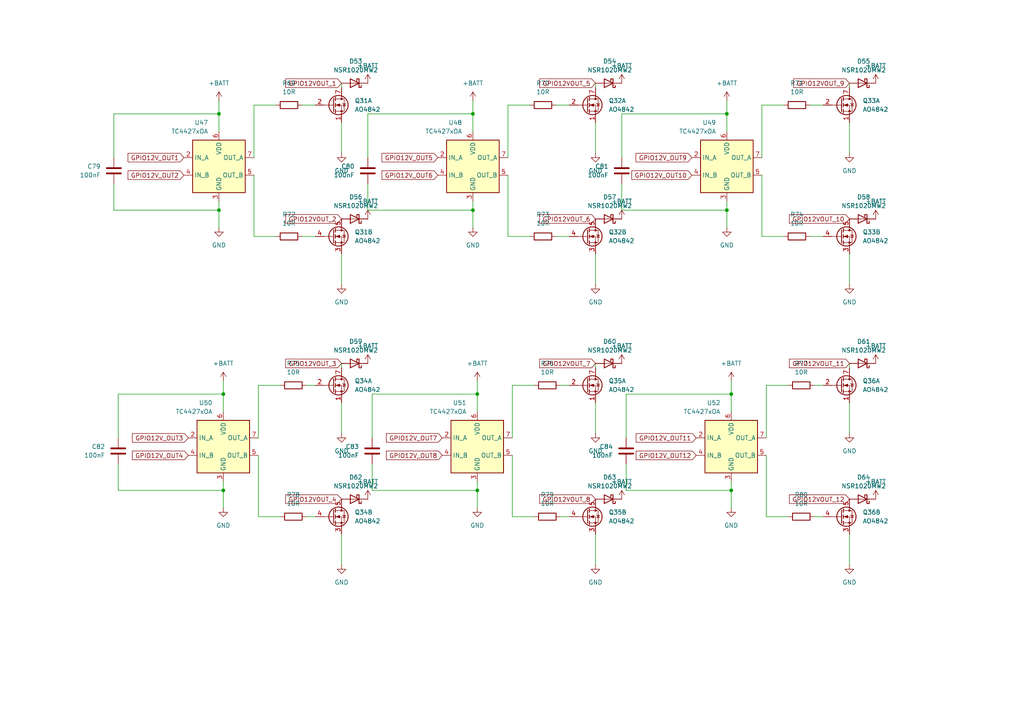
<source format=kicad_sch>
(kicad_sch (version 20250114) (generator "eeschema") (generator_version "9.0")
  (paper "A4")
  (lib_symbols
    (symbol "Device:C" (pin_numbers (hide yes)) (pin_names (offset 0.254))
      (property "Reference" "C" (at 0.635 2.54 0))
      (property "Value" "C" (at 0.635 -2.54 0))
      (symbol "C_0_1"
        (polyline (pts (xy -2.032 0.762) (xy 2.032 0.762)) (stroke (width 0.508)))
        (polyline (pts (xy -2.032 -0.762) (xy 2.032 -0.762)) (stroke (width 0.508)))
      )
      (symbol "C_1_1"
        (pin passive line (at 0 3.81 270) (length 2.794) (name "~") (number "1"))
        (pin passive line (at 0 -3.81 90) (length 2.794) (name "~") (number "2"))
      )
    )
    (symbol "Device:R" (pin_numbers (hide yes)) (pin_names (offset 0))
      (property "Reference" "R" (at 2.032 0 90))
      (property "Value" "R" (at 0 0 90))
      (symbol "R_0_1"
        (rectangle (start -1.016 -2.54) (end 1.016 2.54) (stroke (width 0.254)))
      )
      (symbol "R_1_1"
        (pin passive line (at 0 3.81 270) (length 1.27) (name "~") (number "1"))
        (pin passive line (at 0 -3.81 90) (length 1.27) (name "~") (number "2"))
      )
    )
    (symbol "Diode:SS3200" (pin_numbers (hide yes)) (pin_names (offset 1.016) (hide yes))
      (property "Reference" "D" (at 0 2.54 0))
      (property "Value" "SS3200" (at 0 -2.54 0))
      (symbol "SS3200_0_1"
        (polyline (pts (xy -1.905 0.635) (xy -1.905 1.27) (xy -1.27 1.27) (xy -1.27 -1.27) (xy -0.635 -1.27) (xy -0.635 -0.635)) (stroke (width 0.254)))
        (polyline (pts (xy 1.27 1.27) (xy 1.27 -1.27) (xy -1.27 0) (xy 1.27 1.27)) (stroke (width 0.254)))
        (polyline (pts (xy 1.27 0) (xy -1.27 0)))
      )
      (symbol "SS3200_1_1"
        (pin passive line (at -3.81 0 0) (length 2.54) (name "K") (number "1"))
        (pin passive line (at 3.81 0 180) (length 2.54) (name "A") (number "2"))
      )
    )
    (symbol "Driver_FET:TC4427xOA"
      (property "Reference" "U" (at -7.62 8.89 0))
      (property "Value" "TC4427xOA" (at 1.27 8.89 0))
      (symbol "TC4427xOA_0_1"
        (rectangle (start -7.62 -7.62) (end 7.62 7.62) (stroke (width 0.254)) (fill (type background)))
      )
      (symbol "TC4427xOA_1_1"
        (pin input line (at -10.16 2.54 0) (length 2.54) (name "IN_A") (number "2"))
        (pin input line (at -10.16 -2.54 0) (length 2.54) (name "IN_B") (number "4"))
        (pin no_connect line (at -7.62 0 0) (length 2.54) (hide yes) (name "NC") (number "1"))
        (pin power_in line (at 0 10.16 270) (length 2.54) (name "VDD") (number "6"))
        (pin power_in line (at 0 -10.16 90) (length 2.54) (name "GND") (number "3"))
        (pin no_connect line (at 7.62 0 180) (length 2.54) (hide yes) (name "NC") (number "8"))
        (pin output line (at 10.16 2.54 180) (length 2.54) (name "OUT_A") (number "7"))
        (pin output line (at 10.16 -2.54 180) (length 2.54) (name "OUT_B") (number "5"))
      )
    )
    (symbol "Transistor_FET:AO4842" (pin_names (hide yes))
      (property "Reference" "Q" (at 5.08 1.905 0))
      (property "Value" "AO4842" (at 5.08 0 0))
      (symbol "AO4842_0_1"
        (polyline (pts (xy 0.254 1.905) (xy 0.254 -1.905)) (stroke (width 0.254)))
        (polyline (pts (xy 0.254 0) (xy -2.54 0)))
        (polyline (pts (xy 0.762 2.286) (xy 0.762 1.27)) (stroke (width 0.254)))
        (polyline (pts (xy 0.762 0.508) (xy 0.762 -0.508)) (stroke (width 0.254)))
        (polyline (pts (xy 0.762 -1.27) (xy 0.762 -2.286)) (stroke (width 0.254)))
        (polyline (pts (xy 0.762 -1.778) (xy 3.302 -1.778) (xy 3.302 1.778) (xy 0.762 1.778)))
        (polyline (pts (xy 1.016 0) (xy 2.032 0.381) (xy 2.032 -0.381) (xy 1.016 0)) (fill (type outline)))
        (circle (center 1.651 0) (radius 2.794) (stroke (width 0.254)))
        (polyline (pts (xy 2.54 2.54) (xy 2.54 1.778)))
        (circle (center 2.54 1.778) (radius 0.254) (fill (type outline)))
        (circle (center 2.54 -1.778) (radius 0.254) (fill (type outline)))
        (polyline (pts (xy 2.54 -2.54) (xy 2.54 0) (xy 0.762 0)))
        (polyline (pts (xy 2.794 0.508) (xy 2.921 0.381) (xy 3.683 0.381) (xy 3.81 0.254)))
        (polyline (pts (xy 3.302 0.381) (xy 2.921 -0.254) (xy 3.683 -0.254) (xy 3.302 0.381)))
      )
      (symbol "AO4842_1_1"
        (pin passive line (at -5.08 0 0) (length 2.54) (name "G1") (number "2"))
        (pin passive line (at 2.54 5.08 270) (length 2.54) (name "D1") (number "7"))
        (pin passive line (at 2.54 5.08 270) (length 2.54) (hide yes) (name "D1") (number "8"))
        (pin passive line (at 2.54 -5.08 90) (length 2.54) (name "S1") (number "1"))
      )
      (symbol "AO4842_2_1"
        (pin passive line (at -5.08 0 0) (length 2.54) (name "G2") (number "4"))
        (pin passive line (at 2.54 5.08 270) (length 2.54) (name "D2") (number "5"))
        (pin passive line (at 2.54 5.08 270) (length 2.54) (hide yes) (name "D2") (number "6"))
        (pin passive line (at 2.54 -5.08 90) (length 2.54) (name "S2") (number "3"))
      )
    )
    (symbol "power:+BATT" (power) (pin_numbers (hide yes)) (pin_names (offset 0) (hide yes))
      (property "Value" "+BATT" (at 0 3.556 0))
      (symbol "+BATT_0_1"
        (polyline (pts (xy -0.762 1.27) (xy 0 2.54)))
        (polyline (pts (xy 0 2.54) (xy 0.762 1.27)))
        (polyline (pts (xy 0 0) (xy 0 2.54)))
      )
      (symbol "+BATT_1_1"
        (pin power_in line (at 0 0 90) (length 0) (name "~") (number "1"))
      )
    )
    (symbol "power:GND" (power) (pin_numbers (hide yes)) (pin_names (offset 0) (hide yes))
      (property "Value" "GND" (at 0 -3.81 0))
      (symbol "GND_0_1"
        (polyline (pts (xy 0 0) (xy 0 -1.27) (xy 1.27 -1.27) (xy 0 -2.54) (xy -1.27 -1.27) (xy 0 -1.27)))
      )
      (symbol "GND_1_1"
        (pin power_in line (at 0 0 270) (length 0) (name "~") (number "1"))
      )
    )
  )
  (junction (at 138.43 114.3))
  (junction (at 64.77 142.24))
  (junction (at 138.43 142.24))
  (junction (at 64.77 114.3))
  (junction (at 63.5 33.02))
  (junction (at 212.09 142.24))
  (junction (at 137.16 33.02))
  (junction (at 210.82 33.02))
  (junction (at 210.82 60.96))
  (junction (at 212.09 114.3))
  (junction (at 137.16 60.96))
  (junction (at 63.5 60.96))
  (wire (pts (xy 34.29 142.24) (xy 64.77 142.24)))
  (wire (pts (xy 137.16 33.02) (xy 137.16 38.1)))
  (wire (pts (xy 172.72 82.55) (xy 172.72 73.66)))
  (wire (pts (xy 154.94 111.76) (xy 148.59 111.76)))
  (wire (pts (xy 106.68 45.72) (xy 106.68 33.02)))
  (wire (pts (xy 220.98 68.58) (xy 227.33 68.58)))
  (wire (pts (xy 236.22 111.76) (xy 238.76 111.76)))
  (wire (pts (xy 63.5 60.96) (xy 63.5 58.42)))
  (wire (pts (xy 138.43 110.49) (xy 138.43 114.3)))
  (wire (pts (xy 220.98 68.58) (xy 220.98 50.8)))
  (wire (pts (xy 107.95 114.3) (xy 138.43 114.3)))
  (wire (pts (xy 137.16 66.04) (xy 137.16 60.96)))
  (wire (pts (xy 172.72 125.73) (xy 172.72 116.84)))
  (wire (pts (xy 88.9 149.86) (xy 91.44 149.86)))
  (wire (pts (xy 210.82 33.02) (xy 210.82 38.1)))
  (wire (pts (xy 107.95 134.62) (xy 107.95 142.24)))
  (wire (pts (xy 161.29 30.48) (xy 165.1 30.48)))
  (wire (pts (xy 172.72 163.83) (xy 172.72 154.94)))
  (wire (pts (xy 148.59 149.86) (xy 154.94 149.86)))
  (wire (pts (xy 87.63 68.58) (xy 91.44 68.58)))
  (wire (pts (xy 210.82 60.96) (xy 210.82 58.42)))
  (wire (pts (xy 148.59 111.76) (xy 148.59 127)))
  (wire (pts (xy 181.61 142.24) (xy 212.09 142.24)))
  (wire (pts (xy 138.43 114.3) (xy 138.43 119.38)))
  (wire (pts (xy 246.38 82.55) (xy 246.38 73.66)))
  (wire (pts (xy 64.77 147.32) (xy 64.77 142.24)))
  (wire (pts (xy 137.16 29.21) (xy 137.16 33.02)))
  (wire (pts (xy 33.02 33.02) (xy 63.5 33.02)))
  (wire (pts (xy 212.09 142.24) (xy 212.09 139.7)))
  (wire (pts (xy 34.29 114.3) (xy 64.77 114.3)))
  (wire (pts (xy 162.56 149.86) (xy 165.1 149.86)))
  (wire (pts (xy 236.22 149.86) (xy 238.76 149.86)))
  (wire (pts (xy 74.93 111.76) (xy 74.93 127)))
  (wire (pts (xy 81.28 111.76) (xy 74.93 111.76)))
  (wire (pts (xy 246.38 44.45) (xy 246.38 35.56)))
  (wire (pts (xy 107.95 127) (xy 107.95 114.3)))
  (wire (pts (xy 87.63 30.48) (xy 91.44 30.48)))
  (wire (pts (xy 74.93 149.86) (xy 74.93 132.08)))
  (wire (pts (xy 34.29 134.62) (xy 34.29 142.24)))
  (wire (pts (xy 73.66 68.58) (xy 80.01 68.58)))
  (wire (pts (xy 220.98 30.48) (xy 220.98 45.72)))
  (wire (pts (xy 180.34 45.72) (xy 180.34 33.02)))
  (wire (pts (xy 181.61 114.3) (xy 212.09 114.3)))
  (wire (pts (xy 99.06 44.45) (xy 99.06 35.56)))
  (wire (pts (xy 212.09 114.3) (xy 212.09 119.38)))
  (wire (pts (xy 180.34 60.96) (xy 210.82 60.96)))
  (wire (pts (xy 64.77 142.24) (xy 64.77 139.7)))
  (wire (pts (xy 137.16 60.96) (xy 137.16 58.42)))
  (wire (pts (xy 147.32 68.58) (xy 153.67 68.58)))
  (wire (pts (xy 99.06 105.41) (xy 99.06 106.68)))
  (wire (pts (xy 161.29 68.58) (xy 165.1 68.58)))
  (wire (pts (xy 138.43 142.24) (xy 138.43 139.7)))
  (wire (pts (xy 147.32 68.58) (xy 147.32 50.8)))
  (wire (pts (xy 222.25 149.86) (xy 228.6 149.86)))
  (wire (pts (xy 88.9 111.76) (xy 91.44 111.76)))
  (wire (pts (xy 80.01 30.48) (xy 73.66 30.48)))
  (wire (pts (xy 210.82 66.04) (xy 210.82 60.96)))
  (wire (pts (xy 246.38 125.73) (xy 246.38 116.84)))
  (wire (pts (xy 34.29 127) (xy 34.29 114.3)))
  (wire (pts (xy 63.5 33.02) (xy 63.5 38.1)))
  (wire (pts (xy 153.67 30.48) (xy 147.32 30.48)))
  (wire (pts (xy 106.68 53.34) (xy 106.68 60.96)))
  (wire (pts (xy 106.68 60.96) (xy 137.16 60.96)))
  (wire (pts (xy 73.66 30.48) (xy 73.66 45.72)))
  (wire (pts (xy 162.56 111.76) (xy 165.1 111.76)))
  (wire (pts (xy 33.02 60.96) (xy 63.5 60.96)))
  (wire (pts (xy 222.25 111.76) (xy 222.25 127)))
  (wire (pts (xy 74.93 149.86) (xy 81.28 149.86)))
  (wire (pts (xy 73.66 68.58) (xy 73.66 50.8)))
  (wire (pts (xy 99.06 163.83) (xy 99.06 154.94)))
  (wire (pts (xy 246.38 163.83) (xy 246.38 154.94)))
  (wire (pts (xy 212.09 110.49) (xy 212.09 114.3)))
  (wire (pts (xy 64.77 110.49) (xy 64.77 114.3)))
  (wire (pts (xy 180.34 53.34) (xy 180.34 60.96)))
  (wire (pts (xy 181.61 134.62) (xy 181.61 142.24)))
  (wire (pts (xy 227.33 30.48) (xy 220.98 30.48)))
  (wire (pts (xy 172.72 44.45) (xy 172.72 35.56)))
  (wire (pts (xy 172.72 24.13) (xy 172.72 25.4)))
  (wire (pts (xy 148.59 149.86) (xy 148.59 132.08)))
  (wire (pts (xy 246.38 24.13) (xy 246.38 25.4)))
  (wire (pts (xy 234.95 30.48) (xy 238.76 30.48)))
  (wire (pts (xy 147.32 30.48) (xy 147.32 45.72)))
  (wire (pts (xy 222.25 149.86) (xy 222.25 132.08)))
  (wire (pts (xy 99.06 125.73) (xy 99.06 116.84)))
  (wire (pts (xy 63.5 29.21) (xy 63.5 33.02)))
  (wire (pts (xy 246.38 105.41) (xy 246.38 106.68)))
  (wire (pts (xy 64.77 114.3) (xy 64.77 119.38)))
  (wire (pts (xy 107.95 142.24) (xy 138.43 142.24)))
  (wire (pts (xy 99.06 82.55) (xy 99.06 73.66)))
  (wire (pts (xy 181.61 127) (xy 181.61 114.3)))
  (wire (pts (xy 33.02 45.72) (xy 33.02 33.02)))
  (wire (pts (xy 172.72 105.41) (xy 172.72 106.68)))
  (wire (pts (xy 106.68 33.02) (xy 137.16 33.02)))
  (wire (pts (xy 63.5 66.04) (xy 63.5 60.96)))
  (wire (pts (xy 99.06 24.13) (xy 99.06 25.4)))
  (wire (pts (xy 234.95 68.58) (xy 238.76 68.58)))
  (wire (pts (xy 138.43 147.32) (xy 138.43 142.24)))
  (wire (pts (xy 33.02 53.34) (xy 33.02 60.96)))
  (wire (pts (xy 210.82 29.21) (xy 210.82 33.02)))
  (wire (pts (xy 212.09 147.32) (xy 212.09 142.24)))
  (wire (pts (xy 228.6 111.76) (xy 222.25 111.76)))
  (wire (pts (xy 180.34 33.02) (xy 210.82 33.02)))
  (global_label "GPIO12VOUT_2" (shape input) (at 99.06 63.5 180) (property "Intersheetrefs" "${INTERSHEET_REFS}" (effects (hide yes))))
  (global_label "GPIO12V_OUT3" (shape input) (at 54.61 127 180) (property "Intersheetrefs" "${INTERSHEET_REFS}" (effects (hide yes))))
  (global_label "GPIO12VOUT_12" (shape input) (at 246.38 144.78 180) (property "Intersheetrefs" "${INTERSHEET_REFS}" (effects (hide yes))))
  (global_label "GPIO12VOUT_11" (shape input) (at 246.38 105.41 180) (property "Intersheetrefs" "${INTERSHEET_REFS}" (effects (hide yes))))
  (global_label "GPIO12V_OUT10" (shape input) (at 200.66 50.8 180) (property "Intersheetrefs" "${INTERSHEET_REFS}" (effects (hide yes))))
  (global_label "GPIO12VOUT_10" (shape input) (at 246.38 63.5 180) (property "Intersheetrefs" "${INTERSHEET_REFS}" (effects (hide yes))))
  (global_label "GPIO12V_OUT11" (shape input) (at 201.93 127 180) (property "Intersheetrefs" "${INTERSHEET_REFS}" (effects (hide yes))))
  (global_label "GPIO12V_OUT9" (shape input) (at 200.66 45.72 180) (property "Intersheetrefs" "${INTERSHEET_REFS}" (effects (hide yes))))
  (global_label "GPIO12V_OUT5" (shape input) (at 127 45.72 180) (property "Intersheetrefs" "${INTERSHEET_REFS}" (effects (hide yes))))
  (global_label "GPIO12V_OUT2" (shape input) (at 53.34 50.8 180) (property "Intersheetrefs" "${INTERSHEET_REFS}" (effects (hide yes))))
  (global_label "GPIO12V_OUT7" (shape input) (at 128.27 127 180) (property "Intersheetrefs" "${INTERSHEET_REFS}" (effects (hide yes))))
  (global_label "GPIO12VOUT_4" (shape input) (at 99.06 144.78 180) (property "Intersheetrefs" "${INTERSHEET_REFS}" (effects (hide yes))))
  (global_label "GPIO12V_OUT8" (shape input) (at 128.27 132.08 180) (property "Intersheetrefs" "${INTERSHEET_REFS}" (effects (hide yes))))
  (global_label "GPIO12VOUT_1" (shape input) (at 99.06 24.13 180) (property "Intersheetrefs" "${INTERSHEET_REFS}" (effects (hide yes))))
  (global_label "GPIO12VOUT_9" (shape input) (at 246.38 24.13 180) (property "Intersheetrefs" "${INTERSHEET_REFS}" (effects (hide yes))))
  (global_label "GPIO12V_OUT4" (shape input) (at 54.61 132.08 180) (property "Intersheetrefs" "${INTERSHEET_REFS}" (effects (hide yes))))
  (global_label "GPIO12VOUT_3" (shape input) (at 99.06 105.41 180) (property "Intersheetrefs" "${INTERSHEET_REFS}" (effects (hide yes))))
  (global_label "GPIO12VOUT_6" (shape input) (at 172.72 63.5 180) (property "Intersheetrefs" "${INTERSHEET_REFS}" (effects (hide yes))))
  (global_label "GPIO12VOUT_7" (shape input) (at 172.72 105.41 180) (property "Intersheetrefs" "${INTERSHEET_REFS}" (effects (hide yes))))
  (global_label "GPIO12V_OUT6" (shape input) (at 127 50.8 180) (property "Intersheetrefs" "${INTERSHEET_REFS}" (effects (hide yes))))
  (global_label "GPIO12V_OUT1" (shape input) (at 53.34 45.72 180) (property "Intersheetrefs" "${INTERSHEET_REFS}" (effects (hide yes))))
  (global_label "GPIO12V_OUT12" (shape input) (at 201.93 132.08 180) (property "Intersheetrefs" "${INTERSHEET_REFS}" (effects (hide yes))))
  (global_label "GPIO12VOUT_5" (shape input) (at 172.72 24.13 180) (property "Intersheetrefs" "${INTERSHEET_REFS}" (effects (hide yes))))
  (global_label "GPIO12VOUT_8" (shape input) (at 172.72 144.78 180) (property "Intersheetrefs" "${INTERSHEET_REFS}" (effects (hide yes))))
  (symbol (lib_id "Transistor_FET:AO4842") (at 170.18 68.58 0) (unit 2)
    (property "Reference" "Q32" (at 176.53 67.3099 0) (effects (justify left)))
    (property "Value" "AO4842" (at 176.53 69.8499 0) (effects (justify left)))
    (property "Footprint" "Package_SO:SOIC-8_3.9x4.9mm_P1.27mm" (effects (hide yes)))
    (property "Datasheet" "https://aosmd.com/sites/default/files/res/data_sheets/AO4842.pdf" (effects (hide yes)))
    (property "Description" "7.7A Id, 30V Vds, Dual N-Channel MOSFET, 21mOhm Ron, SO-8" (effects (hide yes)))
  )
  (symbol (lib_id "Transistor_FET:AO4842") (at 96.52 111.76 0) (unit 1)
    (property "Reference" "Q34" (at 102.87 110.4899 0) (effects (justify left)))
    (property "Value" "AO4842" (at 102.87 113.0299 0) (effects (justify left)))
    (property "Footprint" "Package_SO:SOIC-8_3.9x4.9mm_P1.27mm" (effects (hide yes)))
    (property "Datasheet" "https://aosmd.com/sites/default/files/res/data_sheets/AO4842.pdf" (effects (hide yes)))
    (property "Description" "7.7A Id, 30V Vds, Dual N-Channel MOSFET, 21mOhm Ron, SO-8" (effects (hide yes)))
  )
  (symbol (lib_id "Device:R") (at 83.82 30.48 270) (unit 1)
    (property "Reference" "R69" (at 83.82 24.13 90))
    (property "Value" "10R" (at 83.82 26.67 90))
    (property "Footprint" "Resistor_SMD:R_0402_1005Metric" (effects (hide yes)))
    (property "Description" "Resistor" (effects (hide yes)))
  )
  (symbol (lib_id "power:GND") (at 99.06 163.83 0) (mirror y) (unit 1)
    (property "Reference" "#PWR0284" (effects (hide yes)))
    (property "Value" "GND" (at 99.06 168.91 0))
    (property "Description" "Power symbol creates a global label with name \"GND\" , ground" (effects (hide yes)))
  )
  (symbol (lib_id "power:+BATT") (at 212.09 110.49 0) (mirror y) (unit 1)
    (property "Reference" "#PWR0274" (effects (hide yes)))
    (property "Value" "+BATT" (at 212.09 105.41 0))
    (property "Description" "Power symbol creates a global label with name \"+BATT\"" (effects (hide yes)))
  )
  (symbol (lib_id "Transistor_FET:AO4842") (at 243.84 111.76 0) (unit 1)
    (property "Reference" "Q36" (at 250.19 110.4899 0) (effects (justify left)))
    (property "Value" "AO4842" (at 250.19 113.0299 0) (effects (justify left)))
    (property "Footprint" "Package_SO:SOIC-8_3.9x4.9mm_P1.27mm" (effects (hide yes)))
    (property "Datasheet" "https://aosmd.com/sites/default/files/res/data_sheets/AO4842.pdf" (effects (hide yes)))
    (property "Description" "7.7A Id, 30V Vds, Dual N-Channel MOSFET, 21mOhm Ron, SO-8" (effects (hide yes)))
  )
  (symbol (lib_id "Diode:SS3200") (at 102.87 144.78 180) (unit 1)
    (property "Reference" "D62" (at 103.1875 138.43 0))
    (property "Value" "NSR1020MW2" (at 103.1875 140.97 0))
    (property "Footprint" "Diode_SMD:D_SOD-323" (effects (hide yes)))
    (property "Datasheet" "https://www.microdiode.com/uploadfiles//PDF/SS32-THRU-SS3200-SMA.pdf" (effects (hide yes)))
    (property "Description" "200V 3A Schottky Diode, SMA" (effects (hide yes)))
    (property "JLC" "C116953" (effects (hide yes)))
  )
  (symbol (lib_id "Device:R") (at 231.14 30.48 270) (unit 1)
    (property "Reference" "R71" (at 231.14 24.13 90))
    (property "Value" "10R" (at 231.14 26.67 90))
    (property "Footprint" "Resistor_SMD:R_0402_1005Metric" (effects (hide yes)))
    (property "Description" "Resistor" (effects (hide yes)))
  )
  (symbol (lib_id "Driver_FET:TC4427xOA") (at 137.16 48.26 0) (unit 1)
    (property "Reference" "U48" (at 134.0419 35.56 0) (effects (justify right)))
    (property "Value" "TC4427xOA" (at 134.0419 38.1 0) (effects (justify right)))
    (property "Footprint" "Package_SO:SOIC-8_3.9x4.9mm_P1.27mm" (effects (hide yes)))
    (property "Datasheet" "https://ww1.microchip.com/downloads/en/DeviceDoc/20001422G.pdf" (effects (hide yes)))
    (property "Description" "1.5A Dual High-Speed Power MOSFET Drivers, 4.5...18V supply, TTL/CMOS compatible inputs, non-inverting drivers, SOIC-8" (effects (hide yes)))
    (property "JLC" "C640788" (effects (hide yes)))
  )
  (symbol (lib_id "Device:R") (at 85.09 149.86 270) (unit 1)
    (property "Reference" "R78" (at 85.09 143.51 90))
    (property "Value" "10R" (at 85.09 146.05 90))
    (property "Footprint" "Resistor_SMD:R_0402_1005Metric" (effects (hide yes)))
    (property "Description" "Resistor" (effects (hide yes)))
  )
  (symbol (lib_id "Device:C") (at 106.68 49.53 0) (mirror y) (unit 1)
    (property "Reference" "C80" (at 102.87 48.2599 0) (effects (justify left)))
    (property "Value" "100nF" (at 102.87 50.7999 0) (effects (justify left)))
    (property "Footprint" "Capacitor_SMD:C_0402_1005Metric" (effects (hide yes)))
    (property "Description" "Unpolarized capacitor" (effects (hide yes)))
  )
  (symbol (lib_id "Transistor_FET:AO4842") (at 170.18 111.76 0) (unit 1)
    (property "Reference" "Q35" (at 176.53 110.4899 0) (effects (justify left)))
    (property "Value" "AO4842" (at 176.53 113.0299 0) (effects (justify left)))
    (property "Footprint" "Package_SO:SOIC-8_3.9x4.9mm_P1.27mm" (effects (hide yes)))
    (property "Datasheet" "https://aosmd.com/sites/default/files/res/data_sheets/AO4842.pdf" (effects (hide yes)))
    (property "Description" "7.7A Id, 30V Vds, Dual N-Channel MOSFET, 21mOhm Ron, SO-8" (effects (hide yes)))
  )
  (symbol (lib_id "power:+BATT") (at 106.68 144.78 0) (mirror y) (unit 1)
    (property "Reference" "#PWR0278" (effects (hide yes)))
    (property "Value" "+BATT" (at 106.68 139.7 0))
    (property "Description" "Power symbol creates a global label with name \"+BATT\"" (effects (hide yes)))
  )
  (symbol (lib_id "Device:R") (at 158.75 149.86 270) (unit 1)
    (property "Reference" "R79" (at 158.75 143.51 90))
    (property "Value" "10R" (at 158.75 146.05 90))
    (property "Footprint" "Resistor_SMD:R_0402_1005Metric" (effects (hide yes)))
    (property "Description" "Resistor" (effects (hide yes)))
  )
  (symbol (lib_id "power:GND") (at 99.06 82.55 0) (mirror y) (unit 1)
    (property "Reference" "#PWR0266" (effects (hide yes)))
    (property "Value" "GND" (at 99.06 87.63 0))
    (property "Description" "Power symbol creates a global label with name \"GND\" , ground" (effects (hide yes)))
  )
  (symbol (lib_id "power:+BATT") (at 106.68 63.5 0) (mirror y) (unit 1)
    (property "Reference" "#PWR0260" (effects (hide yes)))
    (property "Value" "+BATT" (at 106.68 58.42 0))
    (property "Description" "Power symbol creates a global label with name \"+BATT\"" (effects (hide yes)))
  )
  (symbol (lib_id "Transistor_FET:AO4842") (at 96.52 30.48 0) (unit 1)
    (property "Reference" "Q31" (at 102.87 29.2099 0) (effects (justify left)))
    (property "Value" "AO4842" (at 102.87 31.7499 0) (effects (justify left)))
    (property "Footprint" "Package_SO:SOIC-8_3.9x4.9mm_P1.27mm" (effects (hide yes)))
    (property "Datasheet" "https://aosmd.com/sites/default/files/res/data_sheets/AO4842.pdf" (effects (hide yes)))
    (property "Description" "7.7A Id, 30V Vds, Dual N-Channel MOSFET, 21mOhm Ron, SO-8" (effects (hide yes)))
  )
  (symbol (lib_id "power:+BATT") (at 254 144.78 0) (mirror y) (unit 1)
    (property "Reference" "#PWR0280" (effects (hide yes)))
    (property "Value" "+BATT" (at 254 139.7 0))
    (property "Description" "Power symbol creates a global label with name \"+BATT\"" (effects (hide yes)))
  )
  (symbol (lib_id "power:GND") (at 246.38 44.45 0) (mirror y) (unit 1)
    (property "Reference" "#PWR0259" (effects (hide yes)))
    (property "Value" "GND" (at 246.38 49.53 0))
    (property "Description" "Power symbol creates a global label with name \"GND\" , ground" (effects (hide yes)))
  )
  (symbol (lib_id "power:+BATT") (at 254 24.13 0) (mirror y) (unit 1)
    (property "Reference" "#PWR0253" (effects (hide yes)))
    (property "Value" "+BATT" (at 254 19.05 0))
    (property "Description" "Power symbol creates a global label with name \"+BATT\"" (effects (hide yes)))
  )
  (symbol (lib_id "power:+BATT") (at 180.34 105.41 0) (mirror y) (unit 1)
    (property "Reference" "#PWR0270" (effects (hide yes)))
    (property "Value" "+BATT" (at 180.34 100.33 0))
    (property "Description" "Power symbol creates a global label with name \"+BATT\"" (effects (hide yes)))
  )
  (symbol (lib_id "Driver_FET:TC4427xOA") (at 212.09 129.54 0) (unit 1)
    (property "Reference" "U52" (at 208.9719 116.84 0) (effects (justify right)))
    (property "Value" "TC4427xOA" (at 208.9719 119.38 0) (effects (justify right)))
    (property "Footprint" "Package_SO:SOIC-8_3.9x4.9mm_P1.27mm" (effects (hide yes)))
    (property "Datasheet" "https://ww1.microchip.com/downloads/en/DeviceDoc/20001422G.pdf" (effects (hide yes)))
    (property "Description" "1.5A Dual High-Speed Power MOSFET Drivers, 4.5...18V supply, TTL/CMOS compatible inputs, non-inverting drivers, SOIC-8" (effects (hide yes)))
    (property "JLC" "C640788" (effects (hide yes)))
  )
  (symbol (lib_id "Device:C") (at 107.95 130.81 0) (mirror y) (unit 1)
    (property "Reference" "C83" (at 104.14 129.5399 0) (effects (justify left)))
    (property "Value" "100nF" (at 104.14 132.0799 0) (effects (justify left)))
    (property "Footprint" "Capacitor_SMD:C_0402_1005Metric" (effects (hide yes)))
    (property "Description" "Unpolarized capacitor" (effects (hide yes)))
  )
  (symbol (lib_id "power:GND") (at 210.82 66.04 0) (mirror y) (unit 1)
    (property "Reference" "#PWR0265" (effects (hide yes)))
    (property "Value" "GND" (at 210.82 71.12 0))
    (property "Description" "Power symbol creates a global label with name \"GND\" , ground" (effects (hide yes)))
  )
  (symbol (lib_id "Diode:SS3200") (at 250.19 144.78 180) (unit 1)
    (property "Reference" "D64" (at 250.5075 138.43 0))
    (property "Value" "NSR1020MW2" (at 250.5075 140.97 0))
    (property "Footprint" "Diode_SMD:D_SOD-323" (effects (hide yes)))
    (property "Datasheet" "https://www.microdiode.com/uploadfiles//PDF/SS32-THRU-SS3200-SMA.pdf" (effects (hide yes)))
    (property "Description" "200V 3A Schottky Diode, SMA" (effects (hide yes)))
    (property "JLC" "C116953" (effects (hide yes)))
  )
  (symbol (lib_id "Transistor_FET:AO4842") (at 243.84 149.86 0) (unit 2)
    (property "Reference" "Q36" (at 250.19 148.5899 0) (effects (justify left)))
    (property "Value" "AO4842" (at 250.19 151.1299 0) (effects (justify left)))
    (property "Footprint" "Package_SO:SOIC-8_3.9x4.9mm_P1.27mm" (effects (hide yes)))
    (property "Datasheet" "https://aosmd.com/sites/default/files/res/data_sheets/AO4842.pdf" (effects (hide yes)))
    (property "Description" "7.7A Id, 30V Vds, Dual N-Channel MOSFET, 21mOhm Ron, SO-8" (effects (hide yes)))
  )
  (symbol (lib_id "power:GND") (at 172.72 82.55 0) (mirror y) (unit 1)
    (property "Reference" "#PWR0267" (effects (hide yes)))
    (property "Value" "GND" (at 172.72 87.63 0))
    (property "Description" "Power symbol creates a global label with name \"GND\" , ground" (effects (hide yes)))
  )
  (symbol (lib_id "Device:R") (at 232.41 149.86 270) (unit 1)
    (property "Reference" "R80" (at 232.41 143.51 90))
    (property "Value" "10R" (at 232.41 146.05 90))
    (property "Footprint" "Resistor_SMD:R_0402_1005Metric" (effects (hide yes)))
    (property "Description" "Resistor" (effects (hide yes)))
  )
  (symbol (lib_id "power:+BATT") (at 210.82 29.21 0) (mirror y) (unit 1)
    (property "Reference" "#PWR0256" (effects (hide yes)))
    (property "Value" "+BATT" (at 210.82 24.13 0))
    (property "Description" "Power symbol creates a global label with name \"+BATT\"" (effects (hide yes)))
  )
  (symbol (lib_id "power:GND") (at 99.06 44.45 0) (mirror y) (unit 1)
    (property "Reference" "#PWR0257" (effects (hide yes)))
    (property "Value" "GND" (at 99.06 49.53 0))
    (property "Description" "Power symbol creates a global label with name \"GND\" , ground" (effects (hide yes)))
  )
  (symbol (lib_id "Diode:SS3200") (at 102.87 105.41 180) (unit 1)
    (property "Reference" "D59" (at 103.1875 99.06 0))
    (property "Value" "NSR1020MW2" (at 103.1875 101.6 0))
    (property "Footprint" "Diode_SMD:D_SOD-323" (effects (hide yes)))
    (property "Datasheet" "https://www.microdiode.com/uploadfiles//PDF/SS32-THRU-SS3200-SMA.pdf" (effects (hide yes)))
    (property "Description" "200V 3A Schottky Diode, SMA" (effects (hide yes)))
    (property "JLC" "C116953" (effects (hide yes)))
  )
  (symbol (lib_id "power:+BATT") (at 106.68 105.41 0) (mirror y) (unit 1)
    (property "Reference" "#PWR0269" (effects (hide yes)))
    (property "Value" "+BATT" (at 106.68 100.33 0))
    (property "Description" "Power symbol creates a global label with name \"+BATT\"" (effects (hide yes)))
  )
  (symbol (lib_id "Device:R") (at 85.09 111.76 270) (unit 1)
    (property "Reference" "R75" (at 85.09 105.41 90))
    (property "Value" "10R" (at 85.09 107.95 90))
    (property "Footprint" "Resistor_SMD:R_0402_1005Metric" (effects (hide yes)))
    (property "Description" "Resistor" (effects (hide yes)))
  )
  (symbol (lib_id "Diode:SS3200") (at 176.53 144.78 180) (unit 1)
    (property "Reference" "D63" (at 176.8475 138.43 0))
    (property "Value" "NSR1020MW2" (at 176.8475 140.97 0))
    (property "Footprint" "Diode_SMD:D_SOD-323" (effects (hide yes)))
    (property "Datasheet" "https://www.microdiode.com/uploadfiles//PDF/SS32-THRU-SS3200-SMA.pdf" (effects (hide yes)))
    (property "Description" "200V 3A Schottky Diode, SMA" (effects (hide yes)))
    (property "JLC" "C116953" (effects (hide yes)))
  )
  (symbol (lib_id "Diode:SS3200") (at 176.53 24.13 180) (unit 1)
    (property "Reference" "D54" (at 176.8475 17.78 0))
    (property "Value" "NSR1020MW2" (at 176.8475 20.32 0))
    (property "Footprint" "Diode_SMD:D_SOD-323" (effects (hide yes)))
    (property "Datasheet" "https://www.microdiode.com/uploadfiles//PDF/SS32-THRU-SS3200-SMA.pdf" (effects (hide yes)))
    (property "Description" "200V 3A Schottky Diode, SMA" (effects (hide yes)))
    (property "JLC" "C116953" (effects (hide yes)))
  )
  (symbol (lib_id "Device:R") (at 158.75 111.76 270) (unit 1)
    (property "Reference" "R76" (at 158.75 105.41 90))
    (property "Value" "10R" (at 158.75 107.95 90))
    (property "Footprint" "Resistor_SMD:R_0402_1005Metric" (effects (hide yes)))
    (property "Description" "Resistor" (effects (hide yes)))
  )
  (symbol (lib_id "Driver_FET:TC4427xOA") (at 63.5 48.26 0) (unit 1)
    (property "Reference" "U47" (at 60.3819 35.56 0) (effects (justify right)))
    (property "Value" "TC4427xOA" (at 60.3819 38.1 0) (effects (justify right)))
    (property "Footprint" "Package_SO:SOIC-8_3.9x4.9mm_P1.27mm" (effects (hide yes)))
    (property "Datasheet" "https://ww1.microchip.com/downloads/en/DeviceDoc/20001422G.pdf" (effects (hide yes)))
    (property "Description" "1.5A Dual High-Speed Power MOSFET Drivers, 4.5...18V supply, TTL/CMOS compatible inputs, non-inverting drivers, SOIC-8" (effects (hide yes)))
    (property "JLC" "C640788" (effects (hide yes)))
  )
  (symbol (lib_id "power:+BATT") (at 138.43 110.49 0) (mirror y) (unit 1)
    (property "Reference" "#PWR0273" (effects (hide yes)))
    (property "Value" "+BATT" (at 138.43 105.41 0))
    (property "Description" "Power symbol creates a global label with name \"+BATT\"" (effects (hide yes)))
  )
  (symbol (lib_id "Driver_FET:TC4427xOA") (at 64.77 129.54 0) (unit 1)
    (property "Reference" "U50" (at 61.6519 116.84 0) (effects (justify right)))
    (property "Value" "TC4427xOA" (at 61.6519 119.38 0) (effects (justify right)))
    (property "Footprint" "Package_SO:SOIC-8_3.9x4.9mm_P1.27mm" (effects (hide yes)))
    (property "Datasheet" "https://ww1.microchip.com/downloads/en/DeviceDoc/20001422G.pdf" (effects (hide yes)))
    (property "Description" "1.5A Dual High-Speed Power MOSFET Drivers, 4.5...18V supply, TTL/CMOS compatible inputs, non-inverting drivers, SOIC-8" (effects (hide yes)))
    (property "JLC" "C640788" (effects (hide yes)))
  )
  (symbol (lib_id "Transistor_FET:AO4842") (at 243.84 30.48 0) (unit 1)
    (property "Reference" "Q33" (at 250.19 29.2099 0) (effects (justify left)))
    (property "Value" "AO4842" (at 250.19 31.7499 0) (effects (justify left)))
    (property "Footprint" "Package_SO:SOIC-8_3.9x4.9mm_P1.27mm" (effects (hide yes)))
    (property "Datasheet" "https://aosmd.com/sites/default/files/res/data_sheets/AO4842.pdf" (effects (hide yes)))
    (property "Description" "7.7A Id, 30V Vds, Dual N-Channel MOSFET, 21mOhm Ron, SO-8" (effects (hide yes)))
  )
  (symbol (lib_id "Transistor_FET:AO4842") (at 170.18 30.48 0) (unit 1)
    (property "Reference" "Q32" (at 176.53 29.2099 0) (effects (justify left)))
    (property "Value" "AO4842" (at 176.53 31.7499 0) (effects (justify left)))
    (property "Footprint" "Package_SO:SOIC-8_3.9x4.9mm_P1.27mm" (effects (hide yes)))
    (property "Datasheet" "https://aosmd.com/sites/default/files/res/data_sheets/AO4842.pdf" (effects (hide yes)))
    (property "Description" "7.7A Id, 30V Vds, Dual N-Channel MOSFET, 21mOhm Ron, SO-8" (effects (hide yes)))
  )
  (symbol (lib_id "power:GND") (at 64.77 147.32 0) (mirror y) (unit 1)
    (property "Reference" "#PWR0281" (effects (hide yes)))
    (property "Value" "GND" (at 64.77 152.4 0))
    (property "Description" "Power symbol creates a global label with name \"GND\" , ground" (effects (hide yes)))
  )
  (symbol (lib_id "Diode:SS3200") (at 176.53 63.5 180) (unit 1)
    (property "Reference" "D57" (at 176.8475 57.15 0))
    (property "Value" "NSR1020MW2" (at 176.8475 59.69 0))
    (property "Footprint" "Diode_SMD:D_SOD-323" (effects (hide yes)))
    (property "Datasheet" "https://www.microdiode.com/uploadfiles//PDF/SS32-THRU-SS3200-SMA.pdf" (effects (hide yes)))
    (property "Description" "200V 3A Schottky Diode, SMA" (effects (hide yes)))
    (property "JLC" "C116953" (effects (hide yes)))
  )
  (symbol (lib_id "Device:R") (at 83.82 68.58 270) (unit 1)
    (property "Reference" "R72" (at 83.82 62.23 90))
    (property "Value" "10R" (at 83.82 64.77 90))
    (property "Footprint" "Resistor_SMD:R_0402_1005Metric" (effects (hide yes)))
    (property "Description" "Resistor" (effects (hide yes)))
  )
  (symbol (lib_id "power:GND") (at 137.16 66.04 0) (mirror y) (unit 1)
    (property "Reference" "#PWR0264" (effects (hide yes)))
    (property "Value" "GND" (at 137.16 71.12 0))
    (property "Description" "Power symbol creates a global label with name \"GND\" , ground" (effects (hide yes)))
  )
  (symbol (lib_id "power:+BATT") (at 180.34 63.5 0) (mirror y) (unit 1)
    (property "Reference" "#PWR0261" (effects (hide yes)))
    (property "Value" "+BATT" (at 180.34 58.42 0))
    (property "Description" "Power symbol creates a global label with name \"+BATT\"" (effects (hide yes)))
  )
  (symbol (lib_id "Diode:SS3200") (at 250.19 24.13 180) (unit 1)
    (property "Reference" "D55" (at 250.5075 17.78 0))
    (property "Value" "NSR1020MW2" (at 250.5075 20.32 0))
    (property "Footprint" "Diode_SMD:D_SOD-323" (effects (hide yes)))
    (property "Datasheet" "https://www.microdiode.com/uploadfiles//PDF/SS32-THRU-SS3200-SMA.pdf" (effects (hide yes)))
    (property "Description" "200V 3A Schottky Diode, SMA" (effects (hide yes)))
    (property "JLC" "C116953" (effects (hide yes)))
  )
  (symbol (lib_id "Device:R") (at 157.48 68.58 270) (unit 1)
    (property "Reference" "R73" (at 157.48 62.23 90))
    (property "Value" "10R" (at 157.48 64.77 90))
    (property "Footprint" "Resistor_SMD:R_0402_1005Metric" (effects (hide yes)))
    (property "Description" "Resistor" (effects (hide yes)))
  )
  (symbol (lib_id "power:+BATT") (at 64.77 110.49 0) (mirror y) (unit 1)
    (property "Reference" "#PWR0272" (effects (hide yes)))
    (property "Value" "+BATT" (at 64.77 105.41 0))
    (property "Description" "Power symbol creates a global label with name \"+BATT\"" (effects (hide yes)))
  )
  (symbol (lib_id "Transistor_FET:AO4842") (at 96.52 149.86 0) (unit 2)
    (property "Reference" "Q34" (at 102.87 148.5899 0) (effects (justify left)))
    (property "Value" "AO4842" (at 102.87 151.1299 0) (effects (justify left)))
    (property "Footprint" "Package_SO:SOIC-8_3.9x4.9mm_P1.27mm" (effects (hide yes)))
    (property "Datasheet" "https://aosmd.com/sites/default/files/res/data_sheets/AO4842.pdf" (effects (hide yes)))
    (property "Description" "7.7A Id, 30V Vds, Dual N-Channel MOSFET, 21mOhm Ron, SO-8" (effects (hide yes)))
  )
  (symbol (lib_id "Device:C") (at 34.29 130.81 0) (mirror y) (unit 1)
    (property "Reference" "C82" (at 30.48 129.5399 0) (effects (justify left)))
    (property "Value" "100nF" (at 30.48 132.0799 0) (effects (justify left)))
    (property "Footprint" "Capacitor_SMD:C_0402_1005Metric" (effects (hide yes)))
    (property "Description" "Unpolarized capacitor" (effects (hide yes)))
  )
  (symbol (lib_id "power:GND") (at 63.5 66.04 0) (mirror y) (unit 1)
    (property "Reference" "#PWR0263" (effects (hide yes)))
    (property "Value" "GND" (at 63.5 71.12 0))
    (property "Description" "Power symbol creates a global label with name \"GND\" , ground" (effects (hide yes)))
  )
  (symbol (lib_id "power:GND") (at 246.38 163.83 0) (mirror y) (unit 1)
    (property "Reference" "#PWR0286" (effects (hide yes)))
    (property "Value" "GND" (at 246.38 168.91 0))
    (property "Description" "Power symbol creates a global label with name \"GND\" , ground" (effects (hide yes)))
  )
  (symbol (lib_id "Device:R") (at 231.14 68.58 270) (unit 1)
    (property "Reference" "R74" (at 231.14 62.23 90))
    (property "Value" "10R" (at 231.14 64.77 90))
    (property "Footprint" "Resistor_SMD:R_0402_1005Metric" (effects (hide yes)))
    (property "Description" "Resistor" (effects (hide yes)))
  )
  (symbol (lib_id "Transistor_FET:AO4842") (at 96.52 68.58 0) (unit 2)
    (property "Reference" "Q31" (at 102.87 67.3099 0) (effects (justify left)))
    (property "Value" "AO4842" (at 102.87 69.8499 0) (effects (justify left)))
    (property "Footprint" "Package_SO:SOIC-8_3.9x4.9mm_P1.27mm" (effects (hide yes)))
    (property "Datasheet" "https://aosmd.com/sites/default/files/res/data_sheets/AO4842.pdf" (effects (hide yes)))
    (property "Description" "7.7A Id, 30V Vds, Dual N-Channel MOSFET, 21mOhm Ron, SO-8" (effects (hide yes)))
  )
  (symbol (lib_id "power:+BATT") (at 63.5 29.21 0) (mirror y) (unit 1)
    (property "Reference" "#PWR0254" (effects (hide yes)))
    (property "Value" "+BATT" (at 63.5 24.13 0))
    (property "Description" "Power symbol creates a global label with name \"+BATT\"" (effects (hide yes)))
  )
  (symbol (lib_id "power:GND") (at 172.72 44.45 0) (mirror y) (unit 1)
    (property "Reference" "#PWR0258" (effects (hide yes)))
    (property "Value" "GND" (at 172.72 49.53 0))
    (property "Description" "Power symbol creates a global label with name \"GND\" , ground" (effects (hide yes)))
  )
  (symbol (lib_id "Device:C") (at 33.02 49.53 0) (mirror y) (unit 1)
    (property "Reference" "C79" (at 29.21 48.2599 0) (effects (justify left)))
    (property "Value" "100nF" (at 29.21 50.7999 0) (effects (justify left)))
    (property "Footprint" "Capacitor_SMD:C_0402_1005Metric" (effects (hide yes)))
    (property "Description" "Unpolarized capacitor" (effects (hide yes)))
  )
  (symbol (lib_id "Transistor_FET:AO4842") (at 243.84 68.58 0) (unit 2)
    (property "Reference" "Q33" (at 250.19 67.3099 0) (effects (justify left)))
    (property "Value" "AO4842" (at 250.19 69.8499 0) (effects (justify left)))
    (property "Footprint" "Package_SO:SOIC-8_3.9x4.9mm_P1.27mm" (effects (hide yes)))
    (property "Datasheet" "https://aosmd.com/sites/default/files/res/data_sheets/AO4842.pdf" (effects (hide yes)))
    (property "Description" "7.7A Id, 30V Vds, Dual N-Channel MOSFET, 21mOhm Ron, SO-8" (effects (hide yes)))
  )
  (symbol (lib_id "Device:C") (at 181.61 130.81 0) (mirror y) (unit 1)
    (property "Reference" "C84" (at 177.8 129.5399 0) (effects (justify left)))
    (property "Value" "100nF" (at 177.8 132.0799 0) (effects (justify left)))
    (property "Footprint" "Capacitor_SMD:C_0402_1005Metric" (effects (hide yes)))
    (property "Description" "Unpolarized capacitor" (effects (hide yes)))
  )
  (symbol (lib_id "power:GND") (at 246.38 82.55 0) (mirror y) (unit 1)
    (property "Reference" "#PWR0268" (effects (hide yes)))
    (property "Value" "GND" (at 246.38 87.63 0))
    (property "Description" "Power symbol creates a global label with name \"GND\" , ground" (effects (hide yes)))
  )
  (symbol (lib_id "power:GND") (at 172.72 125.73 0) (mirror y) (unit 1)
    (property "Reference" "#PWR0276" (effects (hide yes)))
    (property "Value" "GND" (at 172.72 130.81 0))
    (property "Description" "Power symbol creates a global label with name \"GND\" , ground" (effects (hide yes)))
  )
  (symbol (lib_id "power:+BATT") (at 254 105.41 0) (mirror y) (unit 1)
    (property "Reference" "#PWR0271" (effects (hide yes)))
    (property "Value" "+BATT" (at 254 100.33 0))
    (property "Description" "Power symbol creates a global label with name \"+BATT\"" (effects (hide yes)))
  )
  (symbol (lib_id "power:GND") (at 212.09 147.32 0) (mirror y) (unit 1)
    (property "Reference" "#PWR0283" (effects (hide yes)))
    (property "Value" "GND" (at 212.09 152.4 0))
    (property "Description" "Power symbol creates a global label with name \"GND\" , ground" (effects (hide yes)))
  )
  (symbol (lib_id "Diode:SS3200") (at 102.87 63.5 180) (unit 1)
    (property "Reference" "D56" (at 103.1875 57.15 0))
    (property "Value" "NSR1020MW2" (at 103.1875 59.69 0))
    (property "Footprint" "Diode_SMD:D_SOD-323" (effects (hide yes)))
    (property "Datasheet" "https://www.microdiode.com/uploadfiles//PDF/SS32-THRU-SS3200-SMA.pdf" (effects (hide yes)))
    (property "Description" "200V 3A Schottky Diode, SMA" (effects (hide yes)))
    (property "JLC" "C116953" (effects (hide yes)))
  )
  (symbol (lib_id "Diode:SS3200") (at 250.19 105.41 180) (unit 1)
    (property "Reference" "D61" (at 250.5075 99.06 0))
    (property "Value" "NSR1020MW2" (at 250.5075 101.6 0))
    (property "Footprint" "Diode_SMD:D_SOD-323" (effects (hide yes)))
    (property "Datasheet" "https://www.microdiode.com/uploadfiles//PDF/SS32-THRU-SS3200-SMA.pdf" (effects (hide yes)))
    (property "Description" "200V 3A Schottky Diode, SMA" (effects (hide yes)))
    (property "JLC" "C116953" (effects (hide yes)))
  )
  (symbol (lib_id "Driver_FET:TC4427xOA") (at 210.82 48.26 0) (unit 1)
    (property "Reference" "U49" (at 207.7019 35.56 0) (effects (justify right)))
    (property "Value" "TC4427xOA" (at 207.7019 38.1 0) (effects (justify right)))
    (property "Footprint" "Package_SO:SOIC-8_3.9x4.9mm_P1.27mm" (effects (hide yes)))
    (property "Datasheet" "https://ww1.microchip.com/downloads/en/DeviceDoc/20001422G.pdf" (effects (hide yes)))
    (property "Description" "1.5A Dual High-Speed Power MOSFET Drivers, 4.5...18V supply, TTL/CMOS compatible inputs, non-inverting drivers, SOIC-8" (effects (hide yes)))
    (property "JLC" "C640788" (effects (hide yes)))
  )
  (symbol (lib_id "Device:R") (at 232.41 111.76 270) (unit 1)
    (property "Reference" "R77" (at 232.41 105.41 90))
    (property "Value" "10R" (at 232.41 107.95 90))
    (property "Footprint" "Resistor_SMD:R_0402_1005Metric" (effects (hide yes)))
    (property "Description" "Resistor" (effects (hide yes)))
  )
  (symbol (lib_id "power:GND") (at 246.38 125.73 0) (mirror y) (unit 1)
    (property "Reference" "#PWR0277" (effects (hide yes)))
    (property "Value" "GND" (at 246.38 130.81 0))
    (property "Description" "Power symbol creates a global label with name \"GND\" , ground" (effects (hide yes)))
  )
  (symbol (lib_id "power:+BATT") (at 180.34 24.13 0) (mirror y) (unit 1)
    (property "Reference" "#PWR0252" (effects (hide yes)))
    (property "Value" "+BATT" (at 180.34 19.05 0))
    (property "Description" "Power symbol creates a global label with name \"+BATT\"" (effects (hide yes)))
  )
  (symbol (lib_id "Driver_FET:TC4427xOA") (at 138.43 129.54 0) (unit 1)
    (property "Reference" "U51" (at 135.3119 116.84 0) (effects (justify right)))
    (property "Value" "TC4427xOA" (at 135.3119 119.38 0) (effects (justify right)))
    (property "Footprint" "Package_SO:SOIC-8_3.9x4.9mm_P1.27mm" (effects (hide yes)))
    (property "Datasheet" "https://ww1.microchip.com/downloads/en/DeviceDoc/20001422G.pdf" (effects (hide yes)))
    (property "Description" "1.5A Dual High-Speed Power MOSFET Drivers, 4.5...18V supply, TTL/CMOS compatible inputs, non-inverting drivers, SOIC-8" (effects (hide yes)))
    (property "JLC" "C640788" (effects (hide yes)))
  )
  (symbol (lib_id "power:GND") (at 172.72 163.83 0) (mirror y) (unit 1)
    (property "Reference" "#PWR0285" (effects (hide yes)))
    (property "Value" "GND" (at 172.72 168.91 0))
    (property "Description" "Power symbol creates a global label with name \"GND\" , ground" (effects (hide yes)))
  )
  (symbol (lib_id "power:+BATT") (at 137.16 29.21 0) (mirror y) (unit 1)
    (property "Reference" "#PWR0255" (effects (hide yes)))
    (property "Value" "+BATT" (at 137.16 24.13 0))
    (property "Description" "Power symbol creates a global label with name \"+BATT\"" (effects (hide yes)))
  )
  (symbol (lib_id "power:+BATT") (at 180.34 144.78 0) (mirror y) (unit 1)
    (property "Reference" "#PWR0279" (effects (hide yes)))
    (property "Value" "+BATT" (at 180.34 139.7 0))
    (property "Description" "Power symbol creates a global label with name \"+BATT\"" (effects (hide yes)))
  )
  (symbol (lib_id "Device:R") (at 157.48 30.48 270) (unit 1)
    (property "Reference" "R70" (at 157.48 24.13 90))
    (property "Value" "10R" (at 157.48 26.67 90))
    (property "Footprint" "Resistor_SMD:R_0402_1005Metric" (effects (hide yes)))
    (property "Description" "Resistor" (effects (hide yes)))
  )
  (symbol (lib_id "Diode:SS3200") (at 176.53 105.41 180) (unit 1)
    (property "Reference" "D60" (at 176.8475 99.06 0))
    (property "Value" "NSR1020MW2" (at 176.8475 101.6 0))
    (property "Footprint" "Diode_SMD:D_SOD-323" (effects (hide yes)))
    (property "Datasheet" "https://www.microdiode.com/uploadfiles//PDF/SS32-THRU-SS3200-SMA.pdf" (effects (hide yes)))
    (property "Description" "200V 3A Schottky Diode, SMA" (effects (hide yes)))
    (property "JLC" "C116953" (effects (hide yes)))
  )
  (symbol (lib_id "Diode:SS3200") (at 102.87 24.13 180) (unit 1)
    (property "Reference" "D53" (at 103.1875 17.78 0))
    (property "Value" "NSR1020MW2" (at 103.1875 20.32 0))
    (property "Footprint" "Diode_SMD:D_SOD-323" (effects (hide yes)))
    (property "Datasheet" "https://www.microdiode.com/uploadfiles//PDF/SS32-THRU-SS3200-SMA.pdf" (effects (hide yes)))
    (property "Description" "200V 3A Schottky Diode, SMA" (effects (hide yes)))
    (property "JLC" "C116953" (effects (hide yes)))
  )
  (symbol (lib_id "power:+BATT") (at 254 63.5 0) (mirror y) (unit 1)
    (property "Reference" "#PWR0262" (effects (hide yes)))
    (property "Value" "+BATT" (at 254 58.42 0))
    (property "Description" "Power symbol creates a global label with name \"+BATT\"" (effects (hide yes)))
  )
  (symbol (lib_id "Device:C") (at 180.34 49.53 0) (mirror y) (unit 1)
    (property "Reference" "C81" (at 176.53 48.2599 0) (effects (justify left)))
    (property "Value" "100nF" (at 176.53 50.7999 0) (effects (justify left)))
    (property "Footprint" "Capacitor_SMD:C_0402_1005Metric" (effects (hide yes)))
    (property "Description" "Unpolarized capacitor" (effects (hide yes)))
  )
  (symbol (lib_id "power:+BATT") (at 106.68 24.13 0) (mirror y) (unit 1)
    (property "Reference" "#PWR0251" (effects (hide yes)))
    (property "Value" "+BATT" (at 106.68 19.05 0))
    (property "Description" "Power symbol creates a global label with name \"+BATT\"" (effects (hide yes)))
  )
  (symbol (lib_id "Transistor_FET:AO4842") (at 170.18 149.86 0) (unit 2)
    (property "Reference" "Q35" (at 176.53 148.5899 0) (effects (justify left)))
    (property "Value" "AO4842" (at 176.53 151.1299 0) (effects (justify left)))
    (property "Footprint" "Package_SO:SOIC-8_3.9x4.9mm_P1.27mm" (effects (hide yes)))
    (property "Datasheet" "https://aosmd.com/sites/default/files/res/data_sheets/AO4842.pdf" (effects (hide yes)))
    (property "Description" "7.7A Id, 30V Vds, Dual N-Channel MOSFET, 21mOhm Ron, SO-8" (effects (hide yes)))
  )
  (symbol (lib_id "Diode:SS3200") (at 250.19 63.5 180) (unit 1)
    (property "Reference" "D58" (at 250.5075 57.15 0))
    (property "Value" "NSR1020MW2" (at 250.5075 59.69 0))
    (property "Footprint" "Diode_SMD:D_SOD-323" (effects (hide yes)))
    (property "Datasheet" "https://www.microdiode.com/uploadfiles//PDF/SS32-THRU-SS3200-SMA.pdf" (effects (hide yes)))
    (property "Description" "200V 3A Schottky Diode, SMA" (effects (hide yes)))
    (property "JLC" "C116953" (effects (hide yes)))
  )
  (symbol (lib_id "power:GND") (at 99.06 125.73 0) (mirror y) (unit 1)
    (property "Reference" "#PWR0275" (effects (hide yes)))
    (property "Value" "GND" (at 99.06 130.81 0))
    (property "Description" "Power symbol creates a global label with name \"GND\" , ground" (effects (hide yes)))
  )
  (symbol (lib_id "power:GND") (at 138.43 147.32 0) (mirror y) (unit 1)
    (property "Reference" "#PWR0282" (effects (hide yes)))
    (property "Value" "GND" (at 138.43 152.4 0))
    (property "Description" "Power symbol creates a global label with name \"GND\" , ground" (effects (hide yes)))
  )
)
</source>
